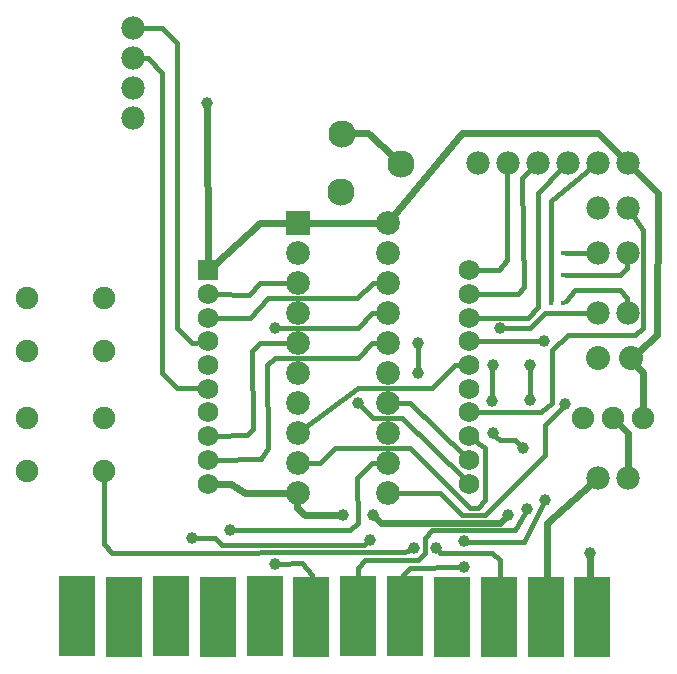
<source format=gtl>
G04 MADE WITH FRITZING*
G04 WWW.FRITZING.ORG*
G04 DOUBLE SIDED*
G04 HOLES PLATED*
G04 CONTOUR ON CENTER OF CONTOUR VECTOR*
%ASAXBY*%
%FSLAX23Y23*%
%MOIN*%
%OFA0B0*%
%SFA1.0B1.0*%
%ADD10C,0.039370*%
%ADD11C,0.015748*%
%ADD12C,0.079370*%
%ADD13C,0.080000*%
%ADD14C,0.070000*%
%ADD15C,0.090551*%
%ADD16C,0.078000*%
%ADD17C,0.075000*%
%ADD18C,0.068000*%
%ADD19R,0.079370X0.079370*%
%ADD20R,0.051181X0.141823*%
%ADD21R,0.119522X0.270594*%
%ADD22R,0.068000X0.068000*%
%ADD23C,0.016000*%
%ADD24C,0.024000*%
%ADD25R,0.001000X0.001000*%
%LNCOPPER1*%
G90*
G70*
G54D10*
X1800Y1062D03*
G54D11*
X1825Y1190D03*
G54D10*
X1655Y1106D03*
X1630Y981D03*
X1629Y862D03*
X1630Y756D03*
X1730Y706D03*
X1745Y502D03*
X1367Y372D03*
X1441Y372D03*
X1130Y481D03*
X1230Y481D03*
X1680Y482D03*
X1872Y853D03*
G54D11*
X1866Y1190D03*
G54D10*
X1533Y308D03*
X1533Y394D03*
G54D11*
X1865Y1282D03*
G54D10*
X1755Y981D03*
X1756Y864D03*
X1805Y531D03*
X1954Y356D03*
X1380Y1056D03*
X1380Y957D03*
X629Y406D03*
X1221Y399D03*
X904Y318D03*
X754Y431D03*
X1180Y856D03*
G54D12*
X980Y1456D03*
X1280Y1456D03*
X980Y1356D03*
X1280Y1356D03*
X980Y1256D03*
X1280Y1256D03*
X980Y1156D03*
X1280Y1156D03*
X980Y1056D03*
X1280Y1056D03*
X980Y956D03*
X1280Y956D03*
X980Y856D03*
X1280Y856D03*
X980Y756D03*
X1280Y756D03*
X980Y656D03*
X1280Y656D03*
X980Y556D03*
X1280Y556D03*
G54D13*
X2090Y1006D03*
X1980Y1006D03*
X2090Y1006D03*
X1980Y1006D03*
G54D14*
X1125Y1554D03*
X1125Y1754D03*
X1325Y1654D03*
X1125Y1554D03*
X1125Y1754D03*
X1325Y1654D03*
G54D15*
X1125Y1558D03*
X1326Y1653D03*
X1127Y1753D03*
G54D16*
X2080Y1506D03*
X1980Y1506D03*
X2080Y606D03*
X1980Y606D03*
G54D17*
X335Y629D03*
X79Y629D03*
X335Y806D03*
X79Y806D03*
X335Y1029D03*
X79Y1029D03*
X335Y1206D03*
X79Y1206D03*
G54D18*
X682Y1298D03*
X682Y1219D03*
X682Y1140D03*
X682Y1061D03*
X682Y982D03*
X682Y903D03*
X682Y824D03*
X682Y745D03*
X682Y666D03*
X682Y587D03*
X1552Y587D03*
X1552Y666D03*
X1552Y745D03*
X1552Y824D03*
X1552Y903D03*
X1552Y982D03*
X1552Y1061D03*
X1552Y1140D03*
X1552Y1219D03*
X1552Y1298D03*
G54D16*
X2080Y1656D03*
X1980Y1656D03*
X1880Y1656D03*
X1780Y1656D03*
X1680Y1656D03*
X1580Y1656D03*
X430Y2106D03*
X430Y2006D03*
X430Y1906D03*
X430Y1806D03*
G54D17*
X2130Y806D03*
X2030Y806D03*
X1930Y806D03*
G54D16*
X1980Y1356D03*
X2080Y1356D03*
X1980Y1156D03*
X2080Y1156D03*
G54D10*
X679Y1857D03*
G54D11*
X1864Y1356D03*
G54D10*
X905Y1107D03*
G54D19*
X980Y1456D03*
G54D20*
X245Y141D03*
X1652Y131D03*
X1810Y131D03*
X1953Y131D03*
G54D21*
X246Y144D03*
X401Y143D03*
X559Y144D03*
X715Y143D03*
X870Y144D03*
X1026Y142D03*
X1182Y145D03*
X1337Y144D03*
X1807Y143D03*
X1494Y142D03*
X1650Y142D03*
X1962Y141D03*
G54D20*
X1030Y180D03*
X1179Y189D03*
X1337Y202D03*
G54D22*
X682Y1298D03*
G54D23*
X1605Y531D02*
X1605Y706D01*
D02*
X1580Y507D02*
X1605Y531D01*
D02*
X1605Y706D02*
X1568Y733D01*
D02*
X1555Y507D02*
X1580Y507D01*
D02*
X1354Y706D02*
X1555Y507D01*
D02*
X1104Y706D02*
X1354Y706D01*
D02*
X1005Y656D02*
X1054Y656D01*
D02*
X1054Y656D02*
X1104Y706D01*
G54D24*
D02*
X979Y507D02*
X1004Y481D01*
D02*
X1004Y481D02*
X1111Y481D01*
D02*
X979Y526D02*
X979Y507D01*
D02*
X1259Y455D02*
X1654Y456D01*
D02*
X1244Y469D02*
X1259Y455D01*
D02*
X1654Y456D02*
X1667Y469D01*
G54D23*
D02*
X1905Y1232D02*
X2054Y1232D01*
D02*
X1873Y1197D02*
X1905Y1232D01*
D02*
X2054Y1232D02*
X2079Y1207D01*
D02*
X1805Y781D02*
X1863Y843D01*
D02*
X1805Y682D02*
X1805Y781D01*
D02*
X1604Y481D02*
X1805Y682D01*
D02*
X1529Y481D02*
X1604Y481D01*
D02*
X1455Y556D02*
X1529Y481D01*
D02*
X1305Y556D02*
X1455Y556D01*
D02*
X2079Y1207D02*
X2079Y1181D01*
D02*
X1735Y393D02*
X1546Y393D01*
D02*
X1755Y968D02*
X1755Y877D01*
D02*
X2079Y1307D02*
X2054Y1281D01*
D02*
X2054Y1281D02*
X1875Y1282D01*
D02*
X1798Y519D02*
X1735Y393D01*
D02*
X1330Y282D02*
X1330Y231D01*
D02*
X1520Y308D02*
X1355Y307D01*
D02*
X1330Y231D02*
X1337Y202D01*
D02*
X1355Y307D02*
X1330Y282D01*
G54D24*
D02*
X1953Y131D02*
X1962Y141D01*
G54D23*
D02*
X2079Y1332D02*
X2079Y1307D01*
D02*
X729Y382D02*
X704Y407D01*
D02*
X1201Y382D02*
X729Y382D01*
D02*
X704Y407D02*
X643Y407D01*
G54D24*
D02*
X1954Y231D02*
X1962Y141D01*
D02*
X1954Y337D02*
X1954Y231D01*
G54D23*
D02*
X1380Y331D02*
X1404Y357D01*
D02*
X1404Y357D02*
X1404Y407D01*
D02*
X1429Y431D02*
X1704Y431D01*
D02*
X1404Y407D02*
X1429Y431D01*
D02*
X1205Y331D02*
X1380Y331D01*
D02*
X1720Y716D02*
X1704Y732D01*
D02*
X1654Y732D02*
X1639Y747D01*
D02*
X1704Y732D02*
X1654Y732D01*
D02*
X1180Y306D02*
X1205Y331D01*
D02*
X1629Y875D02*
X1629Y968D01*
D02*
X1668Y1107D02*
X1755Y1107D01*
D02*
X1755Y1107D02*
X1805Y1156D01*
D02*
X1704Y431D02*
X1738Y490D01*
D02*
X1179Y254D02*
X1180Y306D01*
D02*
X1805Y1156D02*
X1955Y1156D01*
D02*
X1211Y391D02*
X1201Y382D01*
D02*
X1380Y1043D02*
X1380Y970D01*
D02*
X1179Y607D02*
X1180Y456D01*
D02*
X1329Y806D02*
X1538Y601D01*
D02*
X1230Y806D02*
X1329Y806D01*
D02*
X1190Y846D02*
X1230Y806D01*
D02*
X1229Y656D02*
X1179Y607D01*
D02*
X1154Y431D02*
X768Y431D01*
D02*
X1180Y456D02*
X1154Y431D01*
D02*
X1254Y656D02*
X1229Y656D01*
G54D24*
D02*
X1810Y456D02*
X1957Y586D01*
D02*
X1810Y196D02*
X1810Y456D01*
D02*
X2080Y637D02*
X2080Y756D01*
D02*
X2080Y756D02*
X2050Y786D01*
G54D23*
D02*
X529Y1957D02*
X529Y957D01*
D02*
X529Y957D02*
X579Y907D01*
D02*
X480Y2007D02*
X529Y1957D01*
D02*
X579Y907D02*
X663Y904D01*
D02*
X454Y2007D02*
X480Y2007D01*
D02*
X579Y2057D02*
X579Y1107D01*
D02*
X579Y1107D02*
X629Y1057D01*
D02*
X529Y2107D02*
X579Y2057D01*
D02*
X629Y1057D02*
X663Y1060D01*
D02*
X454Y2107D02*
X529Y2107D01*
G54D24*
D02*
X2130Y957D02*
X2109Y982D01*
D02*
X2130Y835D02*
X2130Y957D01*
D02*
X2179Y1082D02*
X2113Y1026D01*
D02*
X2180Y1556D02*
X2179Y1082D01*
D02*
X2101Y1635D02*
X2180Y1556D01*
D02*
X1529Y1756D02*
X1980Y1756D01*
D02*
X1980Y1756D02*
X2058Y1678D01*
D02*
X1299Y1480D02*
X1529Y1756D01*
D02*
X1080Y1456D02*
X1249Y1456D01*
D02*
X1010Y1456D02*
X1080Y1456D01*
D02*
X854Y1456D02*
X949Y1456D01*
D02*
X701Y1315D02*
X854Y1456D01*
G54D23*
D02*
X918Y319D02*
X993Y321D01*
D02*
X1029Y282D02*
X1029Y245D01*
D02*
X993Y321D02*
X1029Y282D01*
D02*
X1229Y1156D02*
X1180Y1107D01*
D02*
X1655Y332D02*
X1629Y356D01*
D02*
X361Y357D02*
X336Y387D01*
D02*
X1455Y357D02*
X1450Y362D01*
D02*
X1337Y360D02*
X361Y357D01*
D02*
X1354Y367D02*
X1337Y360D01*
D02*
X1629Y356D02*
X1455Y357D01*
D02*
X1179Y1207D02*
X1230Y1256D01*
D02*
X1653Y196D02*
X1655Y332D01*
D02*
X336Y387D02*
X335Y606D01*
D02*
X818Y1217D02*
X702Y1219D01*
D02*
X954Y1256D02*
X854Y1256D01*
D02*
X854Y1256D02*
X818Y1217D01*
D02*
X1254Y1156D02*
X1229Y1156D01*
D02*
X1180Y1107D02*
X919Y1107D01*
G54D24*
D02*
X804Y556D02*
X757Y586D01*
G54D23*
D02*
X831Y770D02*
X828Y1028D01*
D02*
X828Y1028D02*
X855Y1057D01*
D02*
X855Y1057D02*
X954Y1056D01*
D02*
X702Y746D02*
X810Y748D01*
D02*
X810Y748D02*
X831Y770D01*
D02*
X1230Y1256D02*
X1254Y1256D01*
D02*
X880Y1207D02*
X1179Y1207D01*
D02*
X702Y1140D02*
X821Y1138D01*
D02*
X821Y1138D02*
X880Y1207D01*
G54D24*
D02*
X757Y586D02*
X707Y587D01*
D02*
X949Y556D02*
X804Y556D01*
G54D23*
D02*
X1716Y1219D02*
X1734Y1241D01*
D02*
X1729Y1606D02*
X1762Y1639D01*
D02*
X1679Y1332D02*
X1679Y1632D01*
G54D24*
D02*
X1151Y1755D02*
X1215Y1756D01*
D02*
X1215Y1756D02*
X1306Y1672D01*
D02*
X679Y1838D02*
X682Y1323D01*
G54D23*
D02*
X1572Y1219D02*
X1716Y1219D01*
D02*
X1734Y1241D02*
X1729Y1606D01*
D02*
X1652Y1298D02*
X1679Y1332D01*
D02*
X1905Y1357D02*
X1873Y1356D01*
D02*
X1748Y1140D02*
X1781Y1174D01*
D02*
X1780Y1556D02*
X1862Y1639D01*
D02*
X1955Y1356D02*
X1905Y1357D01*
D02*
X1824Y1530D02*
X1960Y1641D01*
D02*
X1572Y1061D02*
X1786Y1062D01*
D02*
X1825Y1199D02*
X1824Y1530D01*
D02*
X1572Y1140D02*
X1748Y1140D01*
D02*
X1781Y1174D02*
X1780Y1556D01*
D02*
X1572Y1298D02*
X1652Y1298D01*
D02*
X2093Y1486D02*
X2130Y1431D01*
D02*
X1538Y680D02*
X1354Y856D01*
D02*
X1354Y856D02*
X1305Y856D01*
D02*
X1180Y907D02*
X1000Y772D01*
D02*
X1429Y907D02*
X1180Y907D01*
D02*
X1533Y982D02*
X1505Y982D01*
D02*
X1505Y982D02*
X1429Y907D01*
D02*
X880Y707D02*
X858Y669D01*
D02*
X858Y669D02*
X702Y667D01*
D02*
X879Y981D02*
X880Y707D01*
D02*
X1180Y1007D02*
X905Y1007D01*
D02*
X1229Y1056D02*
X1180Y1007D01*
D02*
X905Y1007D02*
X879Y981D01*
D02*
X1254Y1056D02*
X1229Y1056D01*
D02*
X2105Y1082D02*
X1880Y1082D01*
D02*
X1790Y824D02*
X1572Y824D01*
D02*
X1829Y857D02*
X1790Y824D01*
D02*
X1829Y1031D02*
X1829Y857D01*
D02*
X1880Y1082D02*
X1829Y1031D01*
D02*
X2130Y1107D02*
X2105Y1082D01*
D02*
X2130Y1431D02*
X2130Y1107D01*
G54D25*
X1124Y1790D02*
X1124Y1790D01*
X1117Y1789D02*
X1131Y1789D01*
X1113Y1788D02*
X1135Y1788D01*
X1111Y1787D02*
X1137Y1787D01*
X1109Y1786D02*
X1139Y1786D01*
X1107Y1785D02*
X1141Y1785D01*
X1105Y1784D02*
X1143Y1784D01*
X1104Y1783D02*
X1144Y1783D01*
X1102Y1782D02*
X1146Y1782D01*
X1101Y1781D02*
X1147Y1781D01*
X1100Y1780D02*
X1148Y1780D01*
X1099Y1779D02*
X1149Y1779D01*
X1098Y1778D02*
X1150Y1778D01*
X1097Y1777D02*
X1151Y1777D01*
X1097Y1776D02*
X1151Y1776D01*
X1096Y1775D02*
X1152Y1775D01*
X1095Y1774D02*
X1153Y1774D01*
X1095Y1773D02*
X1153Y1773D01*
X1094Y1772D02*
X1154Y1772D01*
X1094Y1771D02*
X1155Y1771D01*
X1093Y1770D02*
X1123Y1770D01*
X1125Y1770D02*
X1155Y1770D01*
X1093Y1769D02*
X1118Y1769D01*
X1131Y1769D02*
X1155Y1769D01*
X1092Y1768D02*
X1116Y1768D01*
X1132Y1768D02*
X1156Y1768D01*
X1092Y1767D02*
X1115Y1767D01*
X1134Y1767D02*
X1156Y1767D01*
X1092Y1766D02*
X1113Y1766D01*
X1135Y1766D02*
X1157Y1766D01*
X1091Y1765D02*
X1112Y1765D01*
X1136Y1765D02*
X1157Y1765D01*
X1091Y1764D02*
X1112Y1764D01*
X1137Y1764D02*
X1157Y1764D01*
X1091Y1763D02*
X1111Y1763D01*
X1137Y1763D02*
X1157Y1763D01*
X1090Y1762D02*
X1110Y1762D01*
X1138Y1762D02*
X1158Y1762D01*
X1090Y1761D02*
X1110Y1761D01*
X1139Y1761D02*
X1158Y1761D01*
X1090Y1760D02*
X1109Y1760D01*
X1139Y1760D02*
X1158Y1760D01*
X1090Y1759D02*
X1109Y1759D01*
X1139Y1759D02*
X1158Y1759D01*
X1090Y1758D02*
X1109Y1758D01*
X1139Y1758D02*
X1158Y1758D01*
X1090Y1757D02*
X1109Y1757D01*
X1139Y1757D02*
X1158Y1757D01*
X1090Y1756D02*
X1109Y1756D01*
X1139Y1756D02*
X1159Y1756D01*
X1090Y1755D02*
X1109Y1755D01*
X1140Y1755D02*
X1159Y1755D01*
X1090Y1754D02*
X1109Y1754D01*
X1139Y1754D02*
X1158Y1754D01*
X1090Y1753D02*
X1109Y1753D01*
X1139Y1753D02*
X1158Y1753D01*
X1090Y1752D02*
X1109Y1752D01*
X1139Y1752D02*
X1158Y1752D01*
X1090Y1751D02*
X1109Y1751D01*
X1139Y1751D02*
X1158Y1751D01*
X1090Y1750D02*
X1109Y1750D01*
X1139Y1750D02*
X1158Y1750D01*
X1090Y1749D02*
X1110Y1749D01*
X1138Y1749D02*
X1158Y1749D01*
X1090Y1748D02*
X1110Y1748D01*
X1138Y1748D02*
X1158Y1748D01*
X1091Y1747D02*
X1111Y1747D01*
X1137Y1747D02*
X1157Y1747D01*
X1091Y1746D02*
X1112Y1746D01*
X1137Y1746D02*
X1157Y1746D01*
X1091Y1745D02*
X1112Y1745D01*
X1136Y1745D02*
X1157Y1745D01*
X1092Y1744D02*
X1113Y1744D01*
X1135Y1744D02*
X1157Y1744D01*
X1092Y1743D02*
X1115Y1743D01*
X1134Y1743D02*
X1156Y1743D01*
X1092Y1742D02*
X1116Y1742D01*
X1132Y1742D02*
X1156Y1742D01*
X1093Y1741D02*
X1118Y1741D01*
X1130Y1741D02*
X1155Y1741D01*
X1093Y1740D02*
X1155Y1740D01*
X1094Y1739D02*
X1154Y1739D01*
X1094Y1738D02*
X1154Y1738D01*
X1095Y1737D02*
X1153Y1737D01*
X1095Y1736D02*
X1153Y1736D01*
X1096Y1735D02*
X1152Y1735D01*
X1097Y1734D02*
X1151Y1734D01*
X1097Y1733D02*
X1151Y1733D01*
X1098Y1732D02*
X1150Y1732D01*
X1099Y1731D02*
X1149Y1731D01*
X1100Y1730D02*
X1148Y1730D01*
X1101Y1729D02*
X1147Y1729D01*
X1102Y1728D02*
X1146Y1728D01*
X1104Y1727D02*
X1144Y1727D01*
X1105Y1726D02*
X1143Y1726D01*
X1107Y1725D02*
X1141Y1725D01*
X1109Y1724D02*
X1139Y1724D01*
X1111Y1723D02*
X1137Y1723D01*
X1114Y1722D02*
X1134Y1722D01*
X1117Y1721D02*
X1131Y1721D01*
X1323Y1690D02*
X1325Y1690D01*
X1317Y1689D02*
X1331Y1689D01*
X1313Y1688D02*
X1335Y1688D01*
X1311Y1687D02*
X1337Y1687D01*
X1309Y1686D02*
X1339Y1686D01*
X1307Y1685D02*
X1341Y1685D01*
X1305Y1684D02*
X1343Y1684D01*
X1304Y1683D02*
X1344Y1683D01*
X1302Y1682D02*
X1346Y1682D01*
X1301Y1681D02*
X1347Y1681D01*
X1300Y1680D02*
X1348Y1680D01*
X1299Y1679D02*
X1349Y1679D01*
X1298Y1678D02*
X1350Y1678D01*
X1297Y1677D02*
X1351Y1677D01*
X1297Y1676D02*
X1351Y1676D01*
X1296Y1675D02*
X1352Y1675D01*
X1295Y1674D02*
X1353Y1674D01*
X1295Y1673D02*
X1353Y1673D01*
X1294Y1672D02*
X1354Y1672D01*
X1294Y1671D02*
X1354Y1671D01*
X1293Y1670D02*
X1322Y1670D01*
X1326Y1670D02*
X1355Y1670D01*
X1293Y1669D02*
X1318Y1669D01*
X1331Y1669D02*
X1355Y1669D01*
X1292Y1668D02*
X1316Y1668D01*
X1332Y1668D02*
X1356Y1668D01*
X1292Y1667D02*
X1314Y1667D01*
X1334Y1667D02*
X1356Y1667D01*
X1291Y1666D02*
X1313Y1666D01*
X1335Y1666D02*
X1357Y1666D01*
X1291Y1665D02*
X1312Y1665D01*
X1336Y1665D02*
X1357Y1665D01*
X1291Y1664D02*
X1311Y1664D01*
X1337Y1664D02*
X1357Y1664D01*
X1291Y1663D02*
X1311Y1663D01*
X1337Y1663D02*
X1357Y1663D01*
X1290Y1662D02*
X1310Y1662D01*
X1338Y1662D02*
X1358Y1662D01*
X1290Y1661D02*
X1310Y1661D01*
X1338Y1661D02*
X1358Y1661D01*
X1290Y1660D02*
X1309Y1660D01*
X1339Y1660D02*
X1358Y1660D01*
X1290Y1659D02*
X1309Y1659D01*
X1339Y1659D02*
X1358Y1659D01*
X1290Y1658D02*
X1309Y1658D01*
X1339Y1658D02*
X1358Y1658D01*
X1290Y1657D02*
X1309Y1657D01*
X1339Y1657D02*
X1358Y1657D01*
X1290Y1656D02*
X1309Y1656D01*
X1339Y1656D02*
X1358Y1656D01*
X1290Y1655D02*
X1309Y1655D01*
X1340Y1655D02*
X1359Y1655D01*
X1290Y1654D02*
X1309Y1654D01*
X1339Y1654D02*
X1358Y1654D01*
X1290Y1653D02*
X1309Y1653D01*
X1339Y1653D02*
X1358Y1653D01*
X1290Y1652D02*
X1309Y1652D01*
X1339Y1652D02*
X1358Y1652D01*
X1290Y1651D02*
X1309Y1651D01*
X1339Y1651D02*
X1358Y1651D01*
X1290Y1650D02*
X1309Y1650D01*
X1339Y1650D02*
X1358Y1650D01*
X1290Y1649D02*
X1310Y1649D01*
X1338Y1649D02*
X1358Y1649D01*
X1290Y1648D02*
X1310Y1648D01*
X1338Y1648D02*
X1358Y1648D01*
X1291Y1647D02*
X1311Y1647D01*
X1337Y1647D02*
X1357Y1647D01*
X1291Y1646D02*
X1312Y1646D01*
X1336Y1646D02*
X1357Y1646D01*
X1291Y1645D02*
X1312Y1645D01*
X1336Y1645D02*
X1357Y1645D01*
X1292Y1644D02*
X1313Y1644D01*
X1335Y1644D02*
X1357Y1644D01*
X1292Y1643D02*
X1315Y1643D01*
X1333Y1643D02*
X1356Y1643D01*
X1292Y1642D02*
X1316Y1642D01*
X1332Y1642D02*
X1356Y1642D01*
X1293Y1641D02*
X1318Y1641D01*
X1330Y1641D02*
X1355Y1641D01*
X1293Y1640D02*
X1355Y1640D01*
X1294Y1639D02*
X1354Y1639D01*
X1294Y1638D02*
X1354Y1638D01*
X1295Y1637D02*
X1353Y1637D01*
X1295Y1636D02*
X1353Y1636D01*
X1296Y1635D02*
X1352Y1635D01*
X1297Y1634D02*
X1351Y1634D01*
X1297Y1633D02*
X1351Y1633D01*
X1298Y1632D02*
X1350Y1632D01*
X1299Y1631D02*
X1349Y1631D01*
X1300Y1630D02*
X1348Y1630D01*
X1301Y1629D02*
X1347Y1629D01*
X1302Y1628D02*
X1346Y1628D01*
X1304Y1627D02*
X1344Y1627D01*
X1305Y1626D02*
X1343Y1626D01*
X1307Y1625D02*
X1341Y1625D01*
X1309Y1624D02*
X1339Y1624D01*
X1311Y1623D02*
X1337Y1623D01*
X1314Y1622D02*
X1334Y1622D01*
X1317Y1621D02*
X1331Y1621D01*
X1123Y1590D02*
X1125Y1590D01*
X1116Y1589D02*
X1132Y1589D01*
X1113Y1588D02*
X1135Y1588D01*
X1111Y1587D02*
X1138Y1587D01*
X1109Y1586D02*
X1140Y1586D01*
X1107Y1585D02*
X1141Y1585D01*
X1105Y1584D02*
X1143Y1584D01*
X1104Y1583D02*
X1145Y1583D01*
X1102Y1582D02*
X1146Y1582D01*
X1101Y1581D02*
X1147Y1581D01*
X1100Y1580D02*
X1148Y1580D01*
X1099Y1579D02*
X1149Y1579D01*
X1098Y1578D02*
X1150Y1578D01*
X1097Y1577D02*
X1151Y1577D01*
X1097Y1576D02*
X1152Y1576D01*
X1096Y1575D02*
X1152Y1575D01*
X1095Y1574D02*
X1153Y1574D01*
X1095Y1573D02*
X1153Y1573D01*
X1094Y1572D02*
X1154Y1572D01*
X1094Y1571D02*
X1155Y1571D01*
X1093Y1570D02*
X1122Y1570D01*
X1126Y1570D02*
X1155Y1570D01*
X1093Y1569D02*
X1117Y1569D01*
X1131Y1569D02*
X1155Y1569D01*
X1092Y1568D02*
X1116Y1568D01*
X1132Y1568D02*
X1156Y1568D01*
X1092Y1567D02*
X1114Y1567D01*
X1134Y1567D02*
X1156Y1567D01*
X1092Y1566D02*
X1113Y1566D01*
X1135Y1566D02*
X1157Y1566D01*
X1091Y1565D02*
X1112Y1565D01*
X1136Y1565D02*
X1157Y1565D01*
X1091Y1564D02*
X1111Y1564D01*
X1137Y1564D02*
X1157Y1564D01*
X1091Y1563D02*
X1111Y1563D01*
X1137Y1563D02*
X1158Y1563D01*
X1090Y1562D02*
X1110Y1562D01*
X1138Y1562D02*
X1158Y1562D01*
X1090Y1561D02*
X1110Y1561D01*
X1139Y1561D02*
X1158Y1561D01*
X1090Y1560D02*
X1109Y1560D01*
X1139Y1560D02*
X1158Y1560D01*
X1090Y1559D02*
X1109Y1559D01*
X1139Y1559D02*
X1158Y1559D01*
X1090Y1558D02*
X1109Y1558D01*
X1139Y1558D02*
X1158Y1558D01*
X1090Y1557D02*
X1109Y1557D01*
X1139Y1557D02*
X1158Y1557D01*
X1090Y1556D02*
X1109Y1556D01*
X1139Y1556D02*
X1159Y1556D01*
X1090Y1555D02*
X1109Y1555D01*
X1140Y1555D02*
X1159Y1555D01*
X1090Y1554D02*
X1109Y1554D01*
X1139Y1554D02*
X1158Y1554D01*
X1090Y1553D02*
X1109Y1553D01*
X1139Y1553D02*
X1158Y1553D01*
X1090Y1552D02*
X1109Y1552D01*
X1139Y1552D02*
X1158Y1552D01*
X1090Y1551D02*
X1109Y1551D01*
X1139Y1551D02*
X1158Y1551D01*
X1090Y1550D02*
X1109Y1550D01*
X1139Y1550D02*
X1158Y1550D01*
X1090Y1549D02*
X1110Y1549D01*
X1138Y1549D02*
X1158Y1549D01*
X1090Y1548D02*
X1110Y1548D01*
X1138Y1548D02*
X1158Y1548D01*
X1091Y1547D02*
X1111Y1547D01*
X1137Y1547D02*
X1157Y1547D01*
X1091Y1546D02*
X1112Y1546D01*
X1136Y1546D02*
X1157Y1546D01*
X1091Y1545D02*
X1113Y1545D01*
X1136Y1545D02*
X1157Y1545D01*
X1092Y1544D02*
X1114Y1544D01*
X1135Y1544D02*
X1157Y1544D01*
X1092Y1543D02*
X1115Y1543D01*
X1133Y1543D02*
X1156Y1543D01*
X1092Y1542D02*
X1116Y1542D01*
X1132Y1542D02*
X1156Y1542D01*
X1093Y1541D02*
X1118Y1541D01*
X1130Y1541D02*
X1155Y1541D01*
X1093Y1540D02*
X1155Y1540D01*
X1094Y1539D02*
X1154Y1539D01*
X1094Y1538D02*
X1154Y1538D01*
X1095Y1537D02*
X1153Y1537D01*
X1095Y1536D02*
X1153Y1536D01*
X1096Y1535D02*
X1152Y1535D01*
X1097Y1534D02*
X1151Y1534D01*
X1098Y1533D02*
X1151Y1533D01*
X1098Y1532D02*
X1150Y1532D01*
X1099Y1531D02*
X1149Y1531D01*
X1100Y1530D02*
X1148Y1530D01*
X1101Y1529D02*
X1147Y1529D01*
X1103Y1528D02*
X1146Y1528D01*
X1104Y1527D02*
X1144Y1527D01*
X1105Y1526D02*
X1143Y1526D01*
X1107Y1525D02*
X1141Y1525D01*
X1109Y1524D02*
X1139Y1524D01*
X1111Y1523D02*
X1137Y1523D01*
X1114Y1522D02*
X1134Y1522D01*
X1117Y1521D02*
X1131Y1521D01*
D02*
G04 End of Copper1*
M02*
</source>
